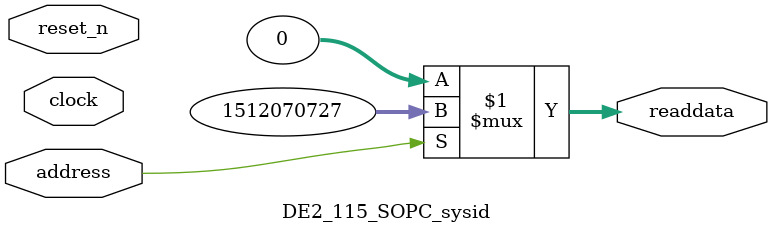
<source format=v>



// synthesis translate_off
`timescale 1ns / 1ps
// synthesis translate_on

// turn off superfluous verilog processor warnings 
// altera message_level Level1 
// altera message_off 10034 10035 10036 10037 10230 10240 10030 

module DE2_115_SOPC_sysid (
               // inputs:
                address,
                clock,
                reset_n,

               // outputs:
                readdata
             )
;

  output  [ 31: 0] readdata;
  input            address;
  input            clock;
  input            reset_n;

  wire    [ 31: 0] readdata;
  //control_slave, which is an e_avalon_slave
  assign readdata = address ? 1512070727 : 0;

endmodule



</source>
